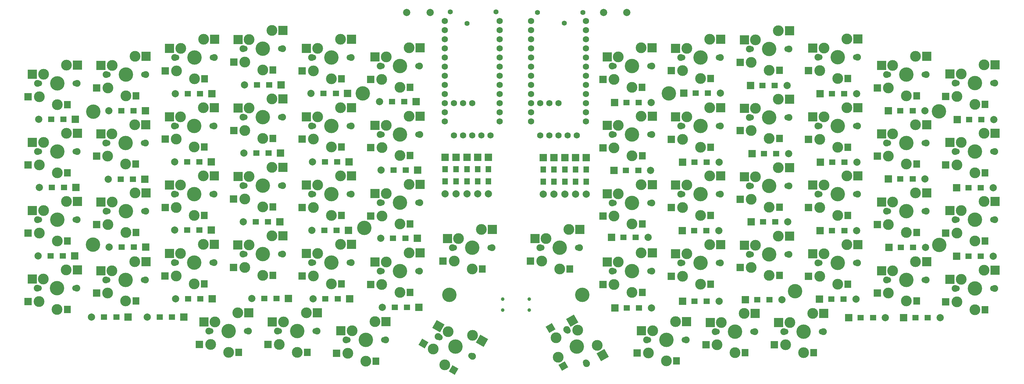
<source format=gbs>
%TF.GenerationSoftware,KiCad,Pcbnew,(6.0.4)*%
%TF.CreationDate,2023-10-02T11:20:09-05:00*%
%TF.ProjectId,RunType58,52756e54-7970-4653-9538-2e6b69636164,rev?*%
%TF.SameCoordinates,Original*%
%TF.FileFunction,Soldermask,Bot*%
%TF.FilePolarity,Negative*%
%FSLAX46Y46*%
G04 Gerber Fmt 4.6, Leading zero omitted, Abs format (unit mm)*
G04 Created by KiCad (PCBNEW (6.0.4)) date 2023-10-02 11:20:09*
%MOMM*%
%LPD*%
G01*
G04 APERTURE LIST*
G04 Aperture macros list*
%AMRotRect*
0 Rectangle, with rotation*
0 The origin of the aperture is its center*
0 $1 length*
0 $2 width*
0 $3 Rotation angle, in degrees counterclockwise*
0 Add horizontal line*
21,1,$1,$2,0,0,$3*%
G04 Aperture macros list end*
%ADD10C,0.100000*%
%ADD11C,1.900000*%
%ADD12C,1.700000*%
%ADD13C,3.000000*%
%ADD14C,4.000000*%
%ADD15R,2.000000X2.000000*%
%ADD16R,2.500000X2.500000*%
%ADD17R,1.900000X2.000000*%
%ADD18R,1.500000X1.800000*%
%ADD19R,1.998980X1.998980*%
%ADD20C,1.998980*%
%ADD21R,1.800000X1.500000*%
%ADD22C,1.752600*%
%ADD23C,1.000000*%
%ADD24C,2.000000*%
%ADD25C,1.397000*%
%ADD26RotRect,2.500000X2.500000X120.000000*%
%ADD27RotRect,2.000000X2.000000X120.000000*%
%ADD28RotRect,1.900000X2.000000X120.000000*%
%ADD29RotRect,2.000000X2.000000X150.000000*%
%ADD30RotRect,2.500000X2.500000X150.000000*%
%ADD31RotRect,1.900000X2.000000X150.000000*%
G04 APERTURE END LIST*
D10*
%TO.C,SW53*%
X31695000Y-98580000D03*
D11*
X41020000Y-101160000D03*
D12*
X30440000Y-101160000D03*
D13*
X30520000Y-104860000D03*
X35520000Y-107060000D03*
D14*
X35520000Y-101160000D03*
D13*
X31710000Y-98620000D03*
X38060000Y-96080000D03*
D11*
X30020000Y-101160000D03*
D12*
X40600000Y-101160000D03*
D15*
X27420000Y-104860000D03*
D16*
X28620000Y-98620000D03*
X41120000Y-96080000D03*
D17*
X38320000Y-107060000D03*
%TD*%
D11*
%TO.C,SW2*%
X295900000Y-44100000D03*
X284900000Y-44100000D03*
D12*
X285320000Y-44100000D03*
D13*
X290400000Y-50000000D03*
X285400000Y-47800000D03*
D12*
X295480000Y-44100000D03*
D13*
X286590000Y-41560000D03*
X292940000Y-39020000D03*
D14*
X290400000Y-44100000D03*
D10*
X286575000Y-41520000D03*
D15*
X282300000Y-47800000D03*
D16*
X283500000Y-41560000D03*
D17*
X293200000Y-50000000D03*
D16*
X296000000Y-39020000D03*
%TD*%
D18*
%TO.C,D58*%
X149317460Y-68020000D03*
D19*
X149320000Y-64720000D03*
D20*
X149320000Y-74880000D03*
D18*
X149317460Y-71420000D03*
%TD*%
%TO.C,D55*%
X152317460Y-68020000D03*
D19*
X152320000Y-64720000D03*
D18*
X152317460Y-71420000D03*
D20*
X152320000Y-74880000D03*
%TD*%
D19*
%TO.C,D57*%
X146312540Y-64720000D03*
D18*
X146310000Y-68020000D03*
X146310000Y-71420000D03*
D20*
X146312540Y-74880000D03*
%TD*%
D21*
%TO.C,D25*%
X212500000Y-104800000D03*
D19*
X209200000Y-104797460D03*
D21*
X215900000Y-104800000D03*
D20*
X219360000Y-104797460D03*
%TD*%
D22*
%TO.C,Display1*%
X145730000Y-58607312D03*
X148270000Y-58607312D03*
X150810000Y-58607312D03*
X153350000Y-58607312D03*
X155890000Y-58607312D03*
%TD*%
D23*
%TO.C,SW_POWER2*%
X159300000Y-104200000D03*
X159300000Y-107200000D03*
%TD*%
D21*
%TO.C,D46*%
X37100000Y-92110000D03*
D19*
X40400000Y-92112540D03*
D21*
X33700000Y-92110000D03*
D20*
X30240000Y-92112540D03*
%TD*%
D12*
%TO.C,SW25*%
X209120000Y-94100000D03*
D11*
X219700000Y-94100000D03*
D10*
X210375000Y-91520000D03*
D14*
X214200000Y-94100000D03*
D13*
X209200000Y-97800000D03*
X214200000Y-100000000D03*
X210390000Y-91560000D03*
X216740000Y-89020000D03*
D12*
X219280000Y-94100000D03*
D11*
X208700000Y-94100000D03*
D16*
X207300000Y-91560000D03*
D15*
X206100000Y-97800000D03*
D16*
X219800000Y-89020000D03*
D17*
X217000000Y-100000000D03*
%TD*%
D13*
%TO.C,SW12*%
X214200000Y-61900000D03*
X216740000Y-50920000D03*
X210390000Y-53460000D03*
D14*
X214200000Y-56000000D03*
D11*
X219700000Y-56000000D03*
D13*
X209200000Y-59700000D03*
D11*
X208700000Y-56000000D03*
D10*
X210375000Y-53420000D03*
D12*
X209120000Y-56000000D03*
X219280000Y-56000000D03*
D15*
X206100000Y-59700000D03*
D16*
X207300000Y-53460000D03*
D17*
X217000000Y-61900000D03*
D16*
X219800000Y-50920000D03*
%TD*%
D14*
%TO.C,H10*%
X240470000Y-101930000D03*
%TD*%
D19*
%TO.C,D56*%
X143302540Y-64720000D03*
D18*
X143300000Y-68020000D03*
D20*
X143302540Y-74880000D03*
D18*
X143300000Y-71420000D03*
%TD*%
D21*
%TO.C,D38*%
X113330000Y-66010000D03*
D19*
X116630000Y-66012540D03*
D21*
X109930000Y-66010000D03*
D20*
X106470000Y-66012540D03*
%TD*%
D13*
%TO.C,SW1*%
X190191208Y-43021497D03*
D14*
X195191208Y-39321497D03*
D13*
X191381208Y-36781497D03*
D11*
X189691208Y-39321497D03*
D12*
X190111208Y-39321497D03*
D11*
X200691208Y-39321497D03*
D13*
X195191208Y-45221497D03*
X197731208Y-34241497D03*
D10*
X191366208Y-36741497D03*
D12*
X200271208Y-39321497D03*
D16*
X188291208Y-36781497D03*
D15*
X187091208Y-43021497D03*
D17*
X197991208Y-45221497D03*
D16*
X200791208Y-34241497D03*
%TD*%
D13*
%TO.C,SW13*%
X290400000Y-88000000D03*
X285400000Y-85800000D03*
X286590000Y-79560000D03*
X292940000Y-77020000D03*
D12*
X295480000Y-82100000D03*
D10*
X286575000Y-79520000D03*
D12*
X285320000Y-82100000D03*
D14*
X290400000Y-82100000D03*
D11*
X284900000Y-82100000D03*
X295900000Y-82100000D03*
D16*
X283500000Y-79560000D03*
D15*
X282300000Y-85800000D03*
D17*
X293200000Y-88000000D03*
D16*
X296000000Y-77020000D03*
%TD*%
D11*
%TO.C,SW14*%
X238800000Y-72700000D03*
D13*
X228300000Y-76400000D03*
D12*
X228220000Y-72700000D03*
D14*
X233300000Y-72700000D03*
D13*
X235840000Y-67620000D03*
D11*
X227800000Y-72700000D03*
D13*
X229490000Y-70160000D03*
D12*
X238380000Y-72700000D03*
D13*
X233300000Y-78600000D03*
D10*
X229475000Y-70120000D03*
D15*
X225200000Y-76400000D03*
D16*
X226400000Y-70160000D03*
X238900000Y-67620000D03*
D17*
X236100000Y-78600000D03*
%TD*%
D10*
%TO.C,SW38*%
X107825000Y-53380000D03*
D13*
X107840000Y-53420000D03*
D11*
X117150000Y-55960000D03*
D13*
X106650000Y-59660000D03*
D12*
X116730000Y-55960000D03*
D14*
X111650000Y-55960000D03*
D12*
X106570000Y-55960000D03*
D13*
X114190000Y-50880000D03*
D11*
X106150000Y-55960000D03*
D13*
X111650000Y-61860000D03*
D15*
X103550000Y-59660000D03*
D16*
X104750000Y-53420000D03*
D17*
X114450000Y-61860000D03*
D16*
X117250000Y-50880000D03*
%TD*%
D14*
%TO.C,H5*%
X120840000Y-84370000D03*
%TD*%
D12*
%TO.C,SW26*%
X237720000Y-113200000D03*
D13*
X237800000Y-116900000D03*
D14*
X242800000Y-113200000D03*
D13*
X238990000Y-110660000D03*
X242800000Y-119100000D03*
D12*
X247880000Y-113200000D03*
D11*
X237300000Y-113200000D03*
D10*
X238975000Y-110620000D03*
D13*
X245340000Y-108120000D03*
D11*
X248300000Y-113200000D03*
D15*
X234700000Y-116900000D03*
D16*
X235900000Y-110660000D03*
X248400000Y-108120000D03*
D17*
X245600000Y-119100000D03*
%TD*%
D21*
%TO.C,D51*%
X113420000Y-104120000D03*
D19*
X116720000Y-104122540D03*
D20*
X106560000Y-104122540D03*
D21*
X110020000Y-104120000D03*
%TD*%
D19*
%TO.C,D7*%
X285340000Y-73200000D03*
D21*
X288640000Y-73202540D03*
D20*
X295500000Y-73200000D03*
D21*
X292040000Y-73202540D03*
%TD*%
D22*
%TO.C,U1*%
X167160000Y-26770453D03*
X167160000Y-29310453D03*
X167160000Y-31850453D03*
X167160000Y-34390453D03*
X167160000Y-36930453D03*
X167160000Y-39470453D03*
X167160000Y-42010453D03*
X167160000Y-44550453D03*
X167160000Y-47090453D03*
X167160000Y-49630453D03*
X167160000Y-52170453D03*
X167160000Y-54710453D03*
X182400000Y-54710453D03*
X182400000Y-52170453D03*
X182400000Y-49630453D03*
X182400000Y-47090453D03*
X182400000Y-44550453D03*
X182400000Y-42010453D03*
X182400000Y-39470453D03*
X182400000Y-36930453D03*
X182400000Y-34390453D03*
X182400000Y-31850453D03*
X182400000Y-29310453D03*
X182400000Y-26770453D03*
X169700000Y-49630453D03*
X172240000Y-49630453D03*
X174780000Y-49630453D03*
%TD*%
D21*
%TO.C,D10*%
X269700000Y-70700000D03*
D19*
X266400000Y-70697460D03*
D20*
X276560000Y-70697460D03*
D21*
X273100000Y-70700000D03*
%TD*%
D19*
%TO.C,D24*%
X190440000Y-106600000D03*
D21*
X193740000Y-106602540D03*
X197140000Y-106602540D03*
D20*
X200600000Y-106600000D03*
%TD*%
D13*
%TO.C,SW54*%
X57110000Y-93740000D03*
X50760000Y-96280000D03*
X49570000Y-102520000D03*
D14*
X54570000Y-98820000D03*
D11*
X49070000Y-98820000D03*
D10*
X50745000Y-96240000D03*
D12*
X59650000Y-98820000D03*
D13*
X54570000Y-104720000D03*
D11*
X60070000Y-98820000D03*
D12*
X49490000Y-98820000D03*
D16*
X47670000Y-96280000D03*
D15*
X46470000Y-102520000D03*
D17*
X57370000Y-104720000D03*
D16*
X60170000Y-93740000D03*
%TD*%
D10*
%TO.C,SW5*%
X267575000Y-39120000D03*
D14*
X271400000Y-41700000D03*
D13*
X267590000Y-39160000D03*
X271400000Y-47600000D03*
D12*
X276480000Y-41700000D03*
D11*
X276900000Y-41700000D03*
X265900000Y-41700000D03*
D12*
X266320000Y-41700000D03*
D13*
X266400000Y-45400000D03*
X273940000Y-36620000D03*
D16*
X264500000Y-39160000D03*
D15*
X263300000Y-45400000D03*
D17*
X274200000Y-47600000D03*
D16*
X277000000Y-36620000D03*
%TD*%
D11*
%TO.C,SW39*%
X136200000Y-58340000D03*
D10*
X126875000Y-55760000D03*
D12*
X135780000Y-58340000D03*
D13*
X125700000Y-62040000D03*
D14*
X130700000Y-58340000D03*
D13*
X130700000Y-64240000D03*
X126890000Y-55800000D03*
D12*
X125620000Y-58340000D03*
D13*
X133240000Y-53260000D03*
D11*
X125200000Y-58340000D03*
D15*
X122600000Y-62040000D03*
D16*
X123800000Y-55800000D03*
D17*
X133500000Y-64240000D03*
D16*
X136300000Y-53260000D03*
%TD*%
D18*
%TO.C,D52*%
X155317460Y-68020000D03*
D19*
X155320000Y-64720000D03*
D18*
X155317460Y-71420000D03*
D20*
X155320000Y-74880000D03*
%TD*%
D13*
%TO.C,SW57*%
X97190000Y-116800000D03*
D11*
X96690000Y-113100000D03*
D14*
X102190000Y-113100000D03*
D13*
X104730000Y-108020000D03*
D12*
X107270000Y-113100000D03*
D13*
X102190000Y-119000000D03*
D12*
X97110000Y-113100000D03*
D11*
X107690000Y-113100000D03*
D10*
X98365000Y-110520000D03*
D13*
X98380000Y-110560000D03*
D16*
X95290000Y-110560000D03*
D15*
X94090000Y-116800000D03*
D16*
X107790000Y-108020000D03*
D17*
X104990000Y-119000000D03*
%TD*%
D21*
%TO.C,D22*%
X250540000Y-104200000D03*
D19*
X247240000Y-104197460D03*
D21*
X253940000Y-104200000D03*
D20*
X257400000Y-104197460D03*
%TD*%
D19*
%TO.C,D14*%
X228240000Y-82700000D03*
D21*
X231540000Y-82702540D03*
D20*
X238400000Y-82700000D03*
D21*
X234940000Y-82702540D03*
%TD*%
D13*
%TO.C,SW48*%
X133230000Y-91290000D03*
X125690000Y-100070000D03*
X126880000Y-93830000D03*
D14*
X130690000Y-96370000D03*
D11*
X125190000Y-96370000D03*
D13*
X130690000Y-102270000D03*
D12*
X125610000Y-96370000D03*
D11*
X136190000Y-96370000D03*
D10*
X126865000Y-93790000D03*
D12*
X135770000Y-96370000D03*
D16*
X123790000Y-93830000D03*
D15*
X122590000Y-100070000D03*
D17*
X133490000Y-102270000D03*
D16*
X136290000Y-91290000D03*
%TD*%
D13*
%TO.C,SW4*%
X252300000Y-42800000D03*
D11*
X257800000Y-36900000D03*
D13*
X254840000Y-31820000D03*
D12*
X257380000Y-36900000D03*
D11*
X246800000Y-36900000D03*
D13*
X247300000Y-40600000D03*
D12*
X247220000Y-36900000D03*
D14*
X252300000Y-36900000D03*
D10*
X248475000Y-34320000D03*
D13*
X248490000Y-34360000D03*
D16*
X245400000Y-34360000D03*
D15*
X244200000Y-40600000D03*
D16*
X257900000Y-31820000D03*
D17*
X255100000Y-42800000D03*
%TD*%
D22*
%TO.C,Display2*%
X169700000Y-58630000D03*
X172240000Y-58630000D03*
X174780000Y-58630000D03*
X177320000Y-58630000D03*
X179860000Y-58630000D03*
%TD*%
D13*
%TO.C,SW32*%
X73630000Y-42880000D03*
D11*
X79130000Y-36980000D03*
D13*
X69820000Y-34440000D03*
X68630000Y-40680000D03*
D14*
X73630000Y-36980000D03*
D11*
X68130000Y-36980000D03*
D13*
X76170000Y-31900000D03*
D12*
X78710000Y-36980000D03*
X68550000Y-36980000D03*
D10*
X69805000Y-34400000D03*
D15*
X65530000Y-40680000D03*
D16*
X66730000Y-34440000D03*
D17*
X76430000Y-42880000D03*
D16*
X79230000Y-31900000D03*
%TD*%
D19*
%TO.C,D34*%
X116210000Y-46952540D03*
D21*
X112910000Y-46950000D03*
D20*
X106050000Y-46952540D03*
D21*
X109510000Y-46950000D03*
%TD*%
D11*
%TO.C,SW21*%
X238800000Y-91700000D03*
D13*
X228300000Y-95400000D03*
D12*
X238380000Y-91700000D03*
D13*
X235840000Y-86620000D03*
D10*
X229475000Y-89120000D03*
D11*
X227800000Y-91700000D03*
D13*
X233300000Y-97600000D03*
D12*
X228220000Y-91700000D03*
D13*
X229490000Y-89160000D03*
D14*
X233300000Y-91700000D03*
D16*
X226400000Y-89160000D03*
D15*
X225200000Y-95400000D03*
D17*
X236100000Y-97600000D03*
D16*
X238900000Y-86620000D03*
%TD*%
D12*
%TO.C,SW45*%
X116740000Y-74950000D03*
X106580000Y-74950000D03*
D13*
X111660000Y-80850000D03*
D11*
X117160000Y-74950000D03*
D13*
X106660000Y-78650000D03*
D10*
X107835000Y-72370000D03*
D11*
X106160000Y-74950000D03*
D13*
X114200000Y-69870000D03*
D14*
X111660000Y-74950000D03*
D13*
X107850000Y-72410000D03*
D15*
X103560000Y-78650000D03*
D16*
X104760000Y-72410000D03*
D17*
X114460000Y-80850000D03*
D16*
X117260000Y-69870000D03*
%TD*%
D21*
%TO.C,D35*%
X131910000Y-49220000D03*
D19*
X135210000Y-49222540D03*
D20*
X125050000Y-49222540D03*
D21*
X128510000Y-49220000D03*
%TD*%
D14*
%TO.C,H2*%
X280520000Y-89110000D03*
%TD*%
D19*
%TO.C,D17*%
X189500000Y-86997460D03*
D21*
X192800000Y-87000000D03*
X196200000Y-87000000D03*
D20*
X199660000Y-86997460D03*
%TD*%
D21*
%TO.C,D8*%
X231800000Y-63700000D03*
D19*
X228500000Y-63697460D03*
D21*
X235200000Y-63700000D03*
D20*
X238660000Y-63697460D03*
%TD*%
D21*
%TO.C,D33*%
X94430000Y-44550000D03*
D19*
X97730000Y-44552540D03*
D21*
X91030000Y-44550000D03*
D20*
X87570000Y-44552540D03*
%TD*%
D14*
%TO.C,SW36*%
X73610000Y-55980000D03*
D12*
X78690000Y-55980000D03*
D13*
X68610000Y-59680000D03*
X69800000Y-53440000D03*
X73610000Y-61880000D03*
D11*
X79110000Y-55980000D03*
X68110000Y-55980000D03*
D10*
X69785000Y-53400000D03*
D12*
X68530000Y-55980000D03*
D13*
X76150000Y-50900000D03*
D15*
X65510000Y-59680000D03*
D16*
X66710000Y-53440000D03*
X79210000Y-50900000D03*
D17*
X76410000Y-61880000D03*
%TD*%
D19*
%TO.C,D20*%
X270600000Y-109297460D03*
D21*
X273900000Y-109300000D03*
D20*
X280760000Y-109297460D03*
D21*
X277300000Y-109300000D03*
%TD*%
D12*
%TO.C,SW20*%
X285320000Y-101200000D03*
D13*
X286590000Y-98660000D03*
D11*
X295900000Y-101200000D03*
D13*
X285400000Y-104900000D03*
D11*
X284900000Y-101200000D03*
D12*
X295480000Y-101200000D03*
D10*
X286575000Y-98620000D03*
D13*
X290400000Y-107100000D03*
D14*
X290400000Y-101200000D03*
D13*
X292940000Y-96120000D03*
D15*
X282300000Y-104900000D03*
D16*
X283500000Y-98660000D03*
X296000000Y-96120000D03*
D17*
X293200000Y-107100000D03*
%TD*%
D24*
%TO.C,RSW2*%
X132589200Y-24440000D03*
X139089200Y-24440000D03*
%TD*%
D19*
%TO.C,D49*%
X78560000Y-104082540D03*
D21*
X75260000Y-104080000D03*
D20*
X68400000Y-104082540D03*
D21*
X71860000Y-104080000D03*
%TD*%
D12*
%TO.C,SW51*%
X116740000Y-94000000D03*
D11*
X106160000Y-94000000D03*
X117160000Y-94000000D03*
D13*
X107850000Y-91460000D03*
X106660000Y-97700000D03*
D10*
X107835000Y-91420000D03*
D13*
X114200000Y-88920000D03*
D14*
X111660000Y-94000000D03*
D12*
X106580000Y-94000000D03*
D13*
X111660000Y-99900000D03*
D16*
X104760000Y-91460000D03*
D15*
X103560000Y-97700000D03*
D16*
X117260000Y-88920000D03*
D17*
X114460000Y-99900000D03*
%TD*%
D19*
%TO.C,D47*%
X60120000Y-89682540D03*
D21*
X56820000Y-89680000D03*
X53420000Y-89680000D03*
D20*
X49960000Y-89682540D03*
%TD*%
D12*
%TO.C,SW6*%
X219268008Y-36924196D03*
D13*
X214188008Y-42824196D03*
D10*
X210363008Y-34344196D03*
D14*
X214188008Y-36924196D03*
D11*
X219688008Y-36924196D03*
D13*
X210378008Y-34384196D03*
D11*
X208688008Y-36924196D03*
D13*
X209188008Y-40624196D03*
D12*
X209108008Y-36924196D03*
D13*
X216728008Y-31844196D03*
D15*
X206088008Y-40624196D03*
D16*
X207288008Y-34384196D03*
D17*
X216988008Y-42824196D03*
D16*
X219788008Y-31844196D03*
%TD*%
D21*
%TO.C,D6*%
X212850000Y-46880000D03*
D19*
X209550000Y-46877460D03*
D20*
X219710000Y-46877460D03*
D21*
X216250000Y-46880000D03*
%TD*%
D11*
%TO.C,SW49*%
X79090000Y-94000000D03*
D12*
X68510000Y-94000000D03*
D11*
X68090000Y-94000000D03*
D14*
X73590000Y-94000000D03*
D13*
X76130000Y-88920000D03*
D10*
X69765000Y-91420000D03*
D13*
X69780000Y-91460000D03*
X68590000Y-97700000D03*
X73590000Y-99900000D03*
D12*
X78670000Y-94000000D03*
D16*
X66690000Y-91460000D03*
D15*
X65490000Y-97700000D03*
D17*
X76390000Y-99900000D03*
D16*
X79190000Y-88920000D03*
%TD*%
D19*
%TO.C,D9*%
X247500000Y-66097460D03*
D21*
X250800000Y-66100000D03*
D20*
X257660000Y-66097460D03*
D21*
X254200000Y-66100000D03*
%TD*%
D14*
%TO.C,SW23*%
X271400000Y-98800000D03*
D11*
X276900000Y-98800000D03*
D13*
X273940000Y-93720000D03*
X267590000Y-96260000D03*
D10*
X267575000Y-96220000D03*
D12*
X276480000Y-98800000D03*
X266320000Y-98800000D03*
D11*
X265900000Y-98800000D03*
D13*
X266400000Y-102500000D03*
X271400000Y-104700000D03*
D15*
X263300000Y-102500000D03*
D16*
X264500000Y-96260000D03*
D17*
X274200000Y-104700000D03*
D16*
X277000000Y-93720000D03*
%TD*%
D21*
%TO.C,D43*%
X75060000Y-84950000D03*
D19*
X78360000Y-84952540D03*
D20*
X68200000Y-84952540D03*
D21*
X71660000Y-84950000D03*
%TD*%
%TO.C,D54*%
X67440000Y-109160000D03*
D19*
X70740000Y-109162540D03*
D20*
X60580000Y-109162540D03*
D21*
X64040000Y-109160000D03*
%TD*%
D12*
%TO.C,SW10*%
X276480000Y-60700000D03*
D10*
X267575000Y-58120000D03*
D13*
X273940000Y-55620000D03*
X266400000Y-64400000D03*
X271400000Y-66600000D03*
D11*
X276900000Y-60700000D03*
D14*
X271400000Y-60700000D03*
D11*
X265900000Y-60700000D03*
D12*
X266320000Y-60700000D03*
D13*
X267590000Y-58160000D03*
D15*
X263300000Y-64400000D03*
D16*
X264500000Y-58160000D03*
X277000000Y-55620000D03*
D17*
X274200000Y-66600000D03*
%TD*%
D21*
%TO.C,D13*%
X288600000Y-92200000D03*
D19*
X285300000Y-92197460D03*
D20*
X295460000Y-92197460D03*
D21*
X292000000Y-92200000D03*
%TD*%
D14*
%TO.C,H9*%
X280430000Y-51960000D03*
%TD*%
%TO.C,SW33*%
X92650000Y-34530000D03*
D13*
X92650000Y-40430000D03*
X95190000Y-29450000D03*
D11*
X98150000Y-34530000D03*
X87150000Y-34530000D03*
D13*
X87650000Y-38230000D03*
D10*
X88825000Y-31950000D03*
D12*
X87570000Y-34530000D03*
X97730000Y-34530000D03*
D13*
X88840000Y-31990000D03*
D16*
X85750000Y-31990000D03*
D15*
X84550000Y-38230000D03*
D16*
X98250000Y-29450000D03*
D17*
X95450000Y-40430000D03*
%TD*%
D21*
%TO.C,D36*%
X75030000Y-65960000D03*
D19*
X78330000Y-65962540D03*
D21*
X71630000Y-65960000D03*
D20*
X68170000Y-65962540D03*
%TD*%
D14*
%TO.C,H7*%
X45540000Y-52020000D03*
%TD*%
D19*
%TO.C,D32*%
X78480000Y-47032540D03*
D21*
X75180000Y-47030000D03*
D20*
X68320000Y-47032540D03*
D21*
X71780000Y-47030000D03*
%TD*%
D19*
%TO.C,D44*%
X97400000Y-82632540D03*
D21*
X94100000Y-82630000D03*
D20*
X87240000Y-82632540D03*
D21*
X90700000Y-82630000D03*
%TD*%
D19*
%TO.C,D3*%
X228100000Y-44697460D03*
D21*
X231400000Y-44700000D03*
X234800000Y-44700000D03*
D20*
X238260000Y-44697460D03*
%TD*%
D14*
%TO.C,SW37*%
X92650000Y-53580000D03*
D12*
X97730000Y-53580000D03*
D13*
X95190000Y-48500000D03*
X88840000Y-51040000D03*
D12*
X87570000Y-53580000D03*
D13*
X92650000Y-59480000D03*
D10*
X88825000Y-51000000D03*
D11*
X87150000Y-53580000D03*
X98150000Y-53580000D03*
D13*
X87650000Y-57280000D03*
D16*
X85750000Y-51040000D03*
D15*
X84550000Y-57280000D03*
D16*
X98250000Y-48500000D03*
D17*
X95450000Y-59480000D03*
%TD*%
D12*
%TO.C,SW8*%
X228220000Y-53600000D03*
D13*
X235840000Y-48520000D03*
X229490000Y-51060000D03*
D14*
X233300000Y-53600000D03*
D13*
X233300000Y-59500000D03*
D12*
X238380000Y-53600000D03*
D11*
X238800000Y-53600000D03*
D10*
X229475000Y-51020000D03*
D13*
X228300000Y-57300000D03*
D11*
X227800000Y-53600000D03*
D16*
X226400000Y-51060000D03*
D15*
X225200000Y-57300000D03*
D16*
X238900000Y-48520000D03*
D17*
X236100000Y-59500000D03*
%TD*%
D21*
%TO.C,D4*%
X250700000Y-47000000D03*
D19*
X247400000Y-46997460D03*
D21*
X254100000Y-47000000D03*
D20*
X257560000Y-46997460D03*
%TD*%
D18*
%TO.C,D27*%
X176500000Y-68100000D03*
D19*
X176502540Y-64800000D03*
D20*
X176502540Y-74960000D03*
D18*
X176500000Y-71500000D03*
%TD*%
D13*
%TO.C,SW30*%
X30530000Y-47830000D03*
D11*
X30030000Y-44130000D03*
D14*
X35530000Y-44130000D03*
D13*
X31720000Y-41590000D03*
D12*
X30450000Y-44130000D03*
D11*
X41030000Y-44130000D03*
D10*
X31705000Y-41550000D03*
D13*
X38070000Y-39050000D03*
X35530000Y-50030000D03*
D12*
X40610000Y-44130000D03*
D16*
X28630000Y-41590000D03*
D15*
X27430000Y-47830000D03*
D16*
X41130000Y-39050000D03*
D17*
X38330000Y-50030000D03*
%TD*%
D18*
%TO.C,D29*%
X173500000Y-68100000D03*
D19*
X173502540Y-64800000D03*
D20*
X173502540Y-74960000D03*
D18*
X173500000Y-71500000D03*
%TD*%
D21*
%TO.C,D48*%
X132660000Y-106480000D03*
D19*
X135960000Y-106482540D03*
D21*
X129260000Y-106480000D03*
D20*
X125800000Y-106482540D03*
%TD*%
D10*
%TO.C,SW16*%
X267575000Y-77120000D03*
D13*
X267590000Y-77160000D03*
D12*
X276480000Y-79700000D03*
X266320000Y-79700000D03*
D14*
X271400000Y-79700000D03*
D11*
X276900000Y-79700000D03*
D13*
X271400000Y-85600000D03*
D11*
X265900000Y-79700000D03*
D13*
X273940000Y-74620000D03*
X266400000Y-83400000D03*
D16*
X264500000Y-77160000D03*
D15*
X263300000Y-83400000D03*
D17*
X274200000Y-85600000D03*
D16*
X277000000Y-74620000D03*
%TD*%
D14*
%TO.C,H1*%
X120420000Y-46960000D03*
%TD*%
D25*
%TO.C,BatEntry2*%
X144700000Y-24225400D03*
%TD*%
D24*
%TO.C,RSW1*%
X187250000Y-24440000D03*
X193750000Y-24440000D03*
%TD*%
D19*
%TO.C,D1*%
X190300000Y-49497460D03*
D21*
X193600000Y-49500000D03*
X197000000Y-49500000D03*
D20*
X200460000Y-49497460D03*
%TD*%
D19*
%TO.C,D19*%
X170502540Y-64800000D03*
D18*
X170500000Y-68100000D03*
X170500000Y-71500000D03*
D20*
X170502540Y-74960000D03*
%TD*%
D21*
%TO.C,D12*%
X212500000Y-66100000D03*
D19*
X209200000Y-66097460D03*
D21*
X215900000Y-66100000D03*
D20*
X219360000Y-66097460D03*
%TD*%
D21*
%TO.C,D50*%
X96480000Y-103970000D03*
D19*
X99780000Y-103972540D03*
D20*
X89620000Y-103972540D03*
D21*
X93080000Y-103970000D03*
%TD*%
D14*
%TO.C,H6*%
X144470000Y-102970000D03*
%TD*%
D13*
%TO.C,SW35*%
X133230000Y-34270000D03*
D12*
X125610000Y-39350000D03*
X135770000Y-39350000D03*
D13*
X125690000Y-43050000D03*
D11*
X125190000Y-39350000D03*
D13*
X130690000Y-45250000D03*
X126880000Y-36810000D03*
D11*
X136190000Y-39350000D03*
D14*
X130690000Y-39350000D03*
D10*
X126865000Y-36770000D03*
D16*
X123790000Y-36810000D03*
D15*
X122590000Y-43050000D03*
D16*
X136290000Y-34270000D03*
D17*
X133490000Y-45250000D03*
%TD*%
D11*
%TO.C,SW52*%
X145300000Y-89870000D03*
D13*
X146990000Y-87330000D03*
D10*
X146975000Y-87290000D03*
D13*
X145800000Y-93570000D03*
D14*
X150800000Y-89870000D03*
D12*
X155880000Y-89870000D03*
X145720000Y-89870000D03*
D13*
X153340000Y-84790000D03*
X150800000Y-95770000D03*
D11*
X156300000Y-89870000D03*
D16*
X143900000Y-87330000D03*
D15*
X142700000Y-93570000D03*
D16*
X156400000Y-84790000D03*
D17*
X153600000Y-95770000D03*
%TD*%
D13*
%TO.C,SW29*%
X174095706Y-114919873D03*
D12*
X182340000Y-121799409D03*
D13*
X185469409Y-117059705D03*
D11*
X182550000Y-122163140D03*
D13*
X174690450Y-120350000D03*
X180094705Y-112830443D03*
D11*
X177050000Y-112636860D03*
D12*
X177260000Y-113000591D03*
D10*
X180121846Y-112797453D03*
D14*
X179800000Y-117400000D03*
D26*
X178549705Y-110154425D03*
D27*
X172545706Y-112235194D03*
D26*
X186999409Y-119709742D03*
D28*
X176090450Y-122774871D03*
%TD*%
D21*
%TO.C,D2*%
X288800000Y-54200000D03*
D19*
X285500000Y-54197460D03*
D21*
X292200000Y-54200000D03*
D20*
X295660000Y-54197460D03*
%TD*%
D25*
%TO.C,Bat+2*%
X149400000Y-27466500D03*
%TD*%
D14*
%TO.C,H3*%
X181390000Y-102950000D03*
%TD*%
D13*
%TO.C,SW15*%
X252300000Y-80900000D03*
D11*
X257800000Y-75000000D03*
D12*
X247220000Y-75000000D03*
D13*
X248490000Y-72460000D03*
D12*
X257380000Y-75000000D03*
D11*
X246800000Y-75000000D03*
D10*
X248475000Y-72420000D03*
D13*
X247300000Y-78700000D03*
D14*
X252300000Y-75000000D03*
D13*
X254840000Y-69920000D03*
D16*
X245400000Y-72460000D03*
D15*
X244200000Y-78700000D03*
D16*
X257900000Y-69920000D03*
D17*
X255100000Y-80900000D03*
%TD*%
D21*
%TO.C,D21*%
X229930000Y-104350000D03*
D19*
X226630000Y-104347460D03*
D20*
X236790000Y-104347460D03*
D21*
X233330000Y-104350000D03*
%TD*%
%TO.C,D5*%
X269700000Y-51800000D03*
D19*
X266400000Y-51797460D03*
D20*
X276560000Y-51797460D03*
D21*
X273100000Y-51800000D03*
%TD*%
D25*
%TO.C,BatEntry1*%
X168946500Y-24450000D03*
%TD*%
D13*
%TO.C,SW40*%
X30530000Y-66840000D03*
X35530000Y-69040000D03*
D11*
X30030000Y-63140000D03*
D10*
X31705000Y-60560000D03*
D12*
X40610000Y-63140000D03*
D11*
X41030000Y-63140000D03*
D14*
X35530000Y-63140000D03*
D12*
X30450000Y-63140000D03*
D13*
X31720000Y-60600000D03*
X38070000Y-58060000D03*
D16*
X28630000Y-60600000D03*
D15*
X27430000Y-66840000D03*
D17*
X38330000Y-69040000D03*
D16*
X41130000Y-58060000D03*
%TD*%
D21*
%TO.C,D53*%
X51950000Y-109160000D03*
D19*
X55250000Y-109162540D03*
D20*
X45090000Y-109162540D03*
D21*
X48550000Y-109160000D03*
%TD*%
%TO.C,D23*%
X258700000Y-109300000D03*
D19*
X255400000Y-109297460D03*
D21*
X262100000Y-109300000D03*
D20*
X265560000Y-109297460D03*
%TD*%
D19*
%TO.C,D11*%
X190200000Y-68397460D03*
D21*
X193500000Y-68400000D03*
X196900000Y-68400000D03*
D20*
X200360000Y-68397460D03*
%TD*%
D11*
%TO.C,SW58*%
X115720000Y-115510000D03*
D13*
X116220000Y-119210000D03*
D10*
X117395000Y-112930000D03*
D14*
X121220000Y-115510000D03*
D12*
X116140000Y-115510000D03*
D13*
X121220000Y-121410000D03*
D12*
X126300000Y-115510000D03*
D11*
X126720000Y-115510000D03*
D13*
X117410000Y-112970000D03*
X123760000Y-110430000D03*
D15*
X113120000Y-119210000D03*
D16*
X114320000Y-112970000D03*
X126820000Y-110430000D03*
D17*
X124020000Y-121410000D03*
%TD*%
D12*
%TO.C,SW11*%
X190120000Y-58400000D03*
D13*
X191390000Y-55860000D03*
D14*
X195200000Y-58400000D03*
D10*
X191375000Y-55820000D03*
D13*
X197740000Y-53320000D03*
X190200000Y-62100000D03*
D12*
X200280000Y-58400000D03*
D11*
X200700000Y-58400000D03*
D13*
X195200000Y-64300000D03*
D11*
X189700000Y-58400000D03*
D16*
X188300000Y-55860000D03*
D15*
X187100000Y-62100000D03*
D16*
X200800000Y-53320000D03*
D17*
X198000000Y-64300000D03*
%TD*%
D10*
%TO.C,SW27*%
X200875000Y-112920000D03*
D12*
X209780000Y-115500000D03*
D13*
X204700000Y-121400000D03*
X199700000Y-119200000D03*
D12*
X199620000Y-115500000D03*
D14*
X204700000Y-115500000D03*
D13*
X200890000Y-112960000D03*
D11*
X210200000Y-115500000D03*
X199200000Y-115500000D03*
D13*
X207240000Y-110420000D03*
D15*
X196600000Y-119200000D03*
D16*
X197800000Y-112960000D03*
D17*
X207500000Y-121400000D03*
D16*
X210300000Y-110420000D03*
%TD*%
D21*
%TO.C,D31*%
X56740000Y-51800000D03*
D19*
X60040000Y-51802540D03*
D20*
X49880000Y-51802540D03*
D21*
X53340000Y-51800000D03*
%TD*%
D18*
%TO.C,D26*%
X182500000Y-68100000D03*
D19*
X182502540Y-64800000D03*
D18*
X182500000Y-71500000D03*
D20*
X182502540Y-74960000D03*
%TD*%
D13*
%TO.C,SW22*%
X252300000Y-100000000D03*
D10*
X248475000Y-91520000D03*
D13*
X254840000Y-89020000D03*
X247300000Y-97800000D03*
D12*
X257380000Y-94100000D03*
D14*
X252300000Y-94100000D03*
D13*
X248490000Y-91560000D03*
D12*
X247220000Y-94100000D03*
D11*
X257800000Y-94100000D03*
X246800000Y-94100000D03*
D15*
X244200000Y-97800000D03*
D16*
X245400000Y-91560000D03*
D17*
X255100000Y-100000000D03*
D16*
X257900000Y-89020000D03*
%TD*%
D10*
%TO.C,SW17*%
X191375000Y-74820000D03*
D12*
X200280000Y-77400000D03*
D13*
X191390000Y-74860000D03*
D14*
X195200000Y-77400000D03*
D13*
X190200000Y-81100000D03*
D12*
X190120000Y-77400000D03*
D11*
X189700000Y-77400000D03*
X200700000Y-77400000D03*
D13*
X197740000Y-72320000D03*
X195200000Y-83300000D03*
D16*
X188300000Y-74860000D03*
D15*
X187100000Y-81100000D03*
D17*
X198000000Y-83300000D03*
D16*
X200800000Y-72320000D03*
%TD*%
D13*
%TO.C,SW7*%
X292940000Y-58020000D03*
X290400000Y-69000000D03*
D11*
X295900000Y-63100000D03*
D14*
X290400000Y-63100000D03*
D13*
X286590000Y-60560000D03*
X285400000Y-66800000D03*
D12*
X285320000Y-63100000D03*
X295480000Y-63100000D03*
D11*
X284900000Y-63100000D03*
D10*
X286575000Y-60520000D03*
D15*
X282300000Y-66800000D03*
D16*
X283500000Y-60560000D03*
D17*
X293200000Y-69000000D03*
D16*
X296000000Y-58020000D03*
%TD*%
D13*
%TO.C,SW9*%
X248490000Y-53460000D03*
D11*
X246800000Y-56000000D03*
D13*
X247300000Y-59700000D03*
D10*
X248475000Y-53420000D03*
D14*
X252300000Y-56000000D03*
D13*
X254840000Y-50920000D03*
D12*
X257380000Y-56000000D03*
D13*
X252300000Y-61900000D03*
D12*
X247220000Y-56000000D03*
D11*
X257800000Y-56000000D03*
D15*
X244200000Y-59700000D03*
D16*
X245400000Y-53460000D03*
X257900000Y-50920000D03*
D17*
X255100000Y-61900000D03*
%TD*%
D21*
%TO.C,D15*%
X250740000Y-85102540D03*
D19*
X247440000Y-85100000D03*
D21*
X254140000Y-85102540D03*
D20*
X257600000Y-85100000D03*
%TD*%
D21*
%TO.C,D18*%
X212400000Y-85100000D03*
D19*
X209100000Y-85097460D03*
D21*
X215800000Y-85100000D03*
D20*
X219260000Y-85097460D03*
%TD*%
D19*
%TO.C,D28*%
X179502540Y-64800000D03*
D18*
X179500000Y-68100000D03*
X179500000Y-71500000D03*
D20*
X179502540Y-74960000D03*
%TD*%
D13*
%TO.C,SW41*%
X49560000Y-64400000D03*
D14*
X54560000Y-60700000D03*
D11*
X60060000Y-60700000D03*
X49060000Y-60700000D03*
D10*
X50735000Y-58120000D03*
D13*
X57100000Y-55620000D03*
D12*
X49480000Y-60700000D03*
D13*
X54560000Y-66600000D03*
X50750000Y-58160000D03*
D12*
X59640000Y-60700000D03*
D15*
X46460000Y-64400000D03*
D16*
X47660000Y-58160000D03*
X60160000Y-55620000D03*
D17*
X57360000Y-66600000D03*
%TD*%
D21*
%TO.C,D42*%
X132220000Y-87207460D03*
D19*
X135520000Y-87210000D03*
D21*
X128820000Y-87207460D03*
D20*
X125360000Y-87210000D03*
%TD*%
D12*
%TO.C,SW55*%
X78080000Y-113090000D03*
D14*
X83160000Y-113090000D03*
D13*
X83160000Y-118990000D03*
D11*
X77660000Y-113090000D03*
D12*
X88240000Y-113090000D03*
D10*
X79335000Y-110510000D03*
D13*
X78160000Y-116790000D03*
D11*
X88660000Y-113090000D03*
D13*
X85700000Y-108010000D03*
X79350000Y-110550000D03*
D15*
X75060000Y-116790000D03*
D16*
X76260000Y-110550000D03*
D17*
X85960000Y-118990000D03*
D16*
X88760000Y-108010000D03*
%TD*%
D23*
%TO.C,SW_POWER1*%
X166600000Y-107200000D03*
X166600000Y-104200000D03*
%TD*%
D12*
%TO.C,SW56*%
X150519409Y-119900000D03*
D13*
X143170000Y-122469550D03*
D14*
X146120000Y-117360000D03*
D10*
X144097453Y-113213154D03*
D13*
X144090443Y-113255295D03*
X139939873Y-118064294D03*
X150859705Y-114230591D03*
D11*
X150883140Y-120110000D03*
D12*
X141720591Y-114820000D03*
D11*
X141356860Y-114610000D03*
D29*
X137255194Y-116514294D03*
D30*
X141414425Y-111710295D03*
D31*
X145594871Y-123869550D03*
D30*
X153509742Y-115760591D03*
%TD*%
D14*
%TO.C,H4*%
X45470000Y-89040000D03*
%TD*%
D22*
%TO.C,U2*%
X143190000Y-26766750D03*
X143190000Y-29306750D03*
X143190000Y-31846750D03*
X143190000Y-34386750D03*
X143190000Y-36926750D03*
X143190000Y-39466750D03*
X143190000Y-42006750D03*
X143190000Y-44546750D03*
X143190000Y-47086750D03*
X143190000Y-49626750D03*
X143190000Y-52166750D03*
X143190000Y-54706750D03*
X158430000Y-54706750D03*
X158430000Y-52166750D03*
X158430000Y-49626750D03*
X158430000Y-47086750D03*
X158430000Y-44546750D03*
X158430000Y-42006750D03*
X158430000Y-39466750D03*
X158430000Y-36926750D03*
X158430000Y-34386750D03*
X158430000Y-31846750D03*
X158430000Y-29306750D03*
X158430000Y-26766750D03*
X145730000Y-49626750D03*
X148270000Y-49626750D03*
X150810000Y-49626750D03*
%TD*%
D19*
%TO.C,D45*%
X116450000Y-85002540D03*
D21*
X113150000Y-85000000D03*
X109750000Y-85000000D03*
D20*
X106290000Y-85002540D03*
%TD*%
D21*
%TO.C,D16*%
X269800000Y-89800000D03*
D19*
X266500000Y-89797460D03*
D20*
X276660000Y-89797460D03*
D21*
X273200000Y-89800000D03*
%TD*%
D13*
%TO.C,SW43*%
X69800000Y-72430000D03*
X73610000Y-80870000D03*
X76150000Y-69890000D03*
X68610000Y-78670000D03*
D10*
X69785000Y-72390000D03*
D12*
X78690000Y-74970000D03*
D11*
X79110000Y-74970000D03*
D12*
X68530000Y-74970000D03*
D11*
X68110000Y-74970000D03*
D14*
X73610000Y-74970000D03*
D15*
X65510000Y-78670000D03*
D16*
X66710000Y-72430000D03*
D17*
X76410000Y-80870000D03*
D16*
X79210000Y-69890000D03*
%TD*%
D21*
%TO.C,D39*%
X132380000Y-68257460D03*
D19*
X135680000Y-68260000D03*
D20*
X125520000Y-68260000D03*
D21*
X128980000Y-68257460D03*
%TD*%
%TO.C,D37*%
X94220000Y-63520000D03*
D19*
X97520000Y-63522540D03*
D21*
X90820000Y-63520000D03*
D20*
X87360000Y-63522540D03*
%TD*%
D11*
%TO.C,SW24*%
X200700000Y-96400000D03*
X189700000Y-96400000D03*
D10*
X191375000Y-93820000D03*
D13*
X190200000Y-100100000D03*
X195200000Y-102300000D03*
X197740000Y-91320000D03*
D12*
X190120000Y-96400000D03*
D13*
X191390000Y-93860000D03*
D12*
X200280000Y-96400000D03*
D14*
X195200000Y-96400000D03*
D15*
X187100000Y-100100000D03*
D16*
X188300000Y-93860000D03*
D17*
X198000000Y-102300000D03*
D16*
X200800000Y-91320000D03*
%TD*%
D21*
%TO.C,D40*%
X37450000Y-73130000D03*
D19*
X40750000Y-73132540D03*
D21*
X34050000Y-73130000D03*
D20*
X30590000Y-73132540D03*
%TD*%
D14*
%TO.C,H8*%
X205400000Y-46950000D03*
%TD*%
D10*
%TO.C,SW46*%
X31715000Y-79500000D03*
D13*
X30540000Y-85780000D03*
D14*
X35540000Y-82080000D03*
D11*
X30040000Y-82080000D03*
D12*
X30460000Y-82080000D03*
D13*
X35540000Y-87980000D03*
X31730000Y-79540000D03*
D12*
X40620000Y-82080000D03*
D11*
X41040000Y-82080000D03*
D13*
X38080000Y-77000000D03*
D15*
X27440000Y-85780000D03*
D16*
X28640000Y-79540000D03*
D17*
X38340000Y-87980000D03*
D16*
X41140000Y-77000000D03*
%TD*%
D19*
%TO.C,D41*%
X59900000Y-70782540D03*
D21*
X56600000Y-70780000D03*
D20*
X49740000Y-70782540D03*
D21*
X53200000Y-70780000D03*
%TD*%
D10*
%TO.C,SW28*%
X219975000Y-110620000D03*
D14*
X223800000Y-113200000D03*
D13*
X223800000Y-119100000D03*
X226340000Y-108120000D03*
X219990000Y-110660000D03*
D12*
X218720000Y-113200000D03*
D13*
X218800000Y-116900000D03*
D11*
X218300000Y-113200000D03*
X229300000Y-113200000D03*
D12*
X228880000Y-113200000D03*
D15*
X215700000Y-116900000D03*
D16*
X216900000Y-110660000D03*
X229400000Y-108120000D03*
D17*
X226600000Y-119100000D03*
%TD*%
D11*
%TO.C,SW50*%
X87120000Y-91670000D03*
X98120000Y-91670000D03*
D13*
X92620000Y-97570000D03*
X87620000Y-95370000D03*
X88810000Y-89130000D03*
D10*
X88795000Y-89090000D03*
D14*
X92620000Y-91670000D03*
D13*
X95160000Y-86590000D03*
D12*
X97700000Y-91670000D03*
X87540000Y-91670000D03*
D15*
X84520000Y-95370000D03*
D16*
X85720000Y-89130000D03*
X98220000Y-86590000D03*
D17*
X95420000Y-97570000D03*
%TD*%
D14*
%TO.C,SW34*%
X111660000Y-36960000D03*
D11*
X117160000Y-36960000D03*
D12*
X116740000Y-36960000D03*
D13*
X111660000Y-42860000D03*
D10*
X107835000Y-34380000D03*
D12*
X106580000Y-36960000D03*
D13*
X106660000Y-40660000D03*
X114200000Y-31880000D03*
D11*
X106160000Y-36960000D03*
D13*
X107850000Y-34420000D03*
D15*
X103560000Y-40660000D03*
D16*
X104760000Y-34420000D03*
D17*
X114460000Y-42860000D03*
D16*
X117260000Y-31880000D03*
%TD*%
D12*
%TO.C,SW3*%
X238380000Y-34600000D03*
D11*
X227800000Y-34600000D03*
D13*
X228300000Y-38300000D03*
D12*
X228220000Y-34600000D03*
D13*
X229490000Y-32060000D03*
X235840000Y-29520000D03*
X233300000Y-40500000D03*
D10*
X229475000Y-32020000D03*
D14*
X233300000Y-34600000D03*
D11*
X238800000Y-34600000D03*
D16*
X226400000Y-32060000D03*
D15*
X225200000Y-38300000D03*
D17*
X236100000Y-40500000D03*
D16*
X238900000Y-29520000D03*
%TD*%
D13*
%TO.C,SW18*%
X214200000Y-80900000D03*
D10*
X210375000Y-72420000D03*
D12*
X209120000Y-75000000D03*
D13*
X210390000Y-72460000D03*
X209200000Y-78700000D03*
D11*
X219700000Y-75000000D03*
X208700000Y-75000000D03*
D14*
X214200000Y-75000000D03*
D12*
X219280000Y-75000000D03*
D13*
X216740000Y-69920000D03*
D16*
X207300000Y-72460000D03*
D15*
X206100000Y-78700000D03*
D17*
X217000000Y-80900000D03*
D16*
X219800000Y-69920000D03*
%TD*%
D25*
%TO.C,Bat+1*%
X176350000Y-27376500D03*
%TD*%
D10*
%TO.C,SW31*%
X50765000Y-39110000D03*
D13*
X49590000Y-45390000D03*
X57130000Y-36610000D03*
D14*
X54590000Y-41690000D03*
D11*
X49090000Y-41690000D03*
D12*
X49510000Y-41690000D03*
X59670000Y-41690000D03*
D13*
X50780000Y-39150000D03*
D11*
X60090000Y-41690000D03*
D13*
X54590000Y-47590000D03*
D16*
X47690000Y-39150000D03*
D15*
X46490000Y-45390000D03*
D16*
X60190000Y-36610000D03*
D17*
X57390000Y-47590000D03*
%TD*%
D13*
%TO.C,SW19*%
X177640000Y-84820000D03*
D14*
X175100000Y-89900000D03*
D13*
X175100000Y-95800000D03*
D11*
X169600000Y-89900000D03*
D12*
X170020000Y-89900000D03*
X180180000Y-89900000D03*
D10*
X171275000Y-87320000D03*
D13*
X170100000Y-93600000D03*
D11*
X180600000Y-89900000D03*
D13*
X171290000Y-87360000D03*
D15*
X167000000Y-93600000D03*
D16*
X168200000Y-87360000D03*
X180700000Y-84820000D03*
D17*
X177900000Y-95800000D03*
%TD*%
D11*
%TO.C,SW42*%
X136200000Y-77340000D03*
D13*
X133240000Y-72260000D03*
X130700000Y-83240000D03*
D14*
X130700000Y-77340000D03*
D11*
X125200000Y-77340000D03*
D13*
X126890000Y-74800000D03*
D12*
X125620000Y-77340000D03*
D13*
X125700000Y-81040000D03*
D12*
X135780000Y-77340000D03*
D10*
X126875000Y-74760000D03*
D15*
X122600000Y-81040000D03*
D16*
X123800000Y-74800000D03*
X136300000Y-72260000D03*
D17*
X133500000Y-83240000D03*
%TD*%
D11*
%TO.C,SW44*%
X98140000Y-72580000D03*
D14*
X92640000Y-72580000D03*
D10*
X88815000Y-70000000D03*
D13*
X92640000Y-78480000D03*
D12*
X87560000Y-72580000D03*
D13*
X95180000Y-67500000D03*
X87640000Y-76280000D03*
D11*
X87140000Y-72580000D03*
D13*
X88830000Y-70040000D03*
D12*
X97720000Y-72580000D03*
D16*
X85740000Y-70040000D03*
D15*
X84540000Y-76280000D03*
D16*
X98240000Y-67500000D03*
D17*
X95440000Y-78480000D03*
%TD*%
D25*
%TO.C,BatGND2*%
X157370000Y-24220000D03*
%TD*%
D13*
%TO.C,SW47*%
X57120000Y-74650000D03*
X54580000Y-85630000D03*
D10*
X50755000Y-77150000D03*
D14*
X54580000Y-79730000D03*
D13*
X50770000Y-77190000D03*
D12*
X59660000Y-79730000D03*
D11*
X49080000Y-79730000D03*
D12*
X49500000Y-79730000D03*
D13*
X49580000Y-83430000D03*
D11*
X60080000Y-79730000D03*
D16*
X47680000Y-77190000D03*
D15*
X46480000Y-83430000D03*
D17*
X57380000Y-85630000D03*
D16*
X60180000Y-74650000D03*
%TD*%
D19*
%TO.C,D30*%
X40540000Y-54105080D03*
D21*
X37240000Y-54102540D03*
X33840000Y-54102540D03*
D20*
X30380000Y-54105080D03*
%TD*%
D25*
%TO.C,BatGND1*%
X181510000Y-24380000D03*
%TD*%
M02*

</source>
